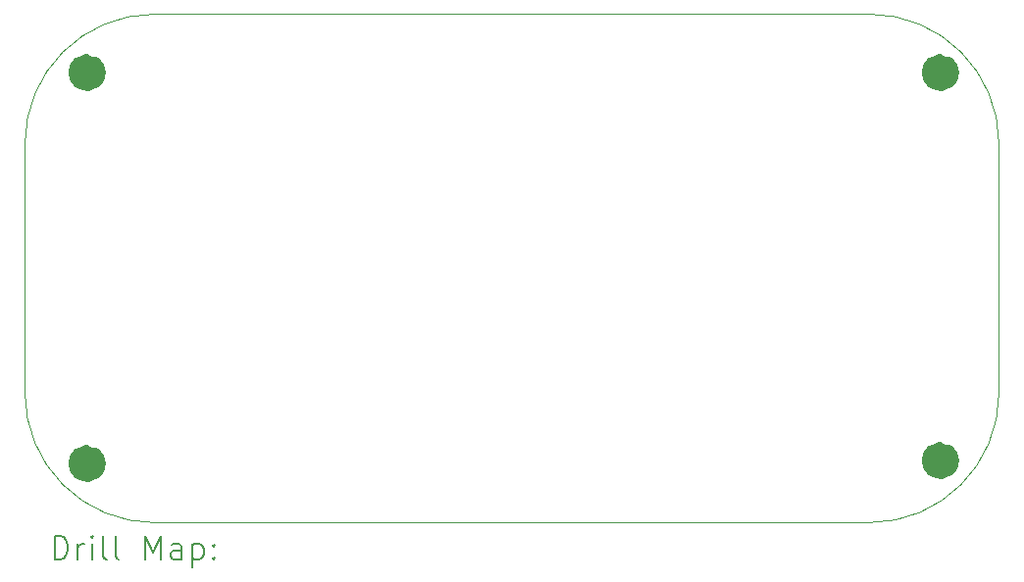
<source format=gbr>
%TF.GenerationSoftware,KiCad,Pcbnew,7.0.8*%
%TF.CreationDate,2024-04-12T14:19:26-07:00*%
%TF.ProjectId,2-channel-EEG,322d6368-616e-46e6-956c-2d4545472e6b,rev?*%
%TF.SameCoordinates,Original*%
%TF.FileFunction,Drillmap*%
%TF.FilePolarity,Positive*%
%FSLAX45Y45*%
G04 Gerber Fmt 4.5, Leading zero omitted, Abs format (unit mm)*
G04 Created by KiCad (PCBNEW 7.0.8) date 2024-04-12 14:19:26*
%MOMM*%
%LPD*%
G01*
G04 APERTURE LIST*
%ADD10C,0.100000*%
%ADD11C,1.625000*%
%ADD12C,0.200000*%
G04 APERTURE END LIST*
D10*
X13408855Y-8029145D02*
X19580255Y-8029145D01*
X19580255Y-12423345D02*
X13408855Y-12423345D01*
X20698255Y-9147145D02*
X20698255Y-11305345D01*
D11*
X20274250Y-8534400D02*
G75*
G03*
X20274250Y-8534400I-81250J0D01*
G01*
D10*
X20698257Y-9147145D02*
G75*
G03*
X19580255Y-8029143I-1118007J-5D01*
G01*
X12290855Y-11305345D02*
X12290855Y-9147145D01*
X13408855Y-8029145D02*
G75*
G03*
X12290855Y-9147145I0J-1118000D01*
G01*
X19580255Y-12423345D02*
G75*
G03*
X20698255Y-11305345I0J1118000D01*
G01*
D11*
X12908250Y-11912600D02*
G75*
G03*
X12908250Y-11912600I-81250J0D01*
G01*
X20274250Y-11887200D02*
G75*
G03*
X20274250Y-11887200I-81250J0D01*
G01*
D10*
X12290855Y-11305345D02*
G75*
G03*
X13408855Y-12423345I1118000J0D01*
G01*
D11*
X12908250Y-8534400D02*
G75*
G03*
X12908250Y-8534400I-81250J0D01*
G01*
D12*
X12546631Y-12739829D02*
X12546631Y-12539829D01*
X12546631Y-12539829D02*
X12594250Y-12539829D01*
X12594250Y-12539829D02*
X12622822Y-12549353D01*
X12622822Y-12549353D02*
X12641869Y-12568401D01*
X12641869Y-12568401D02*
X12651393Y-12587448D01*
X12651393Y-12587448D02*
X12660917Y-12625543D01*
X12660917Y-12625543D02*
X12660917Y-12654115D01*
X12660917Y-12654115D02*
X12651393Y-12692210D01*
X12651393Y-12692210D02*
X12641869Y-12711258D01*
X12641869Y-12711258D02*
X12622822Y-12730305D01*
X12622822Y-12730305D02*
X12594250Y-12739829D01*
X12594250Y-12739829D02*
X12546631Y-12739829D01*
X12746631Y-12739829D02*
X12746631Y-12606496D01*
X12746631Y-12644591D02*
X12756155Y-12625543D01*
X12756155Y-12625543D02*
X12765679Y-12616020D01*
X12765679Y-12616020D02*
X12784727Y-12606496D01*
X12784727Y-12606496D02*
X12803774Y-12606496D01*
X12870441Y-12739829D02*
X12870441Y-12606496D01*
X12870441Y-12539829D02*
X12860917Y-12549353D01*
X12860917Y-12549353D02*
X12870441Y-12558877D01*
X12870441Y-12558877D02*
X12879965Y-12549353D01*
X12879965Y-12549353D02*
X12870441Y-12539829D01*
X12870441Y-12539829D02*
X12870441Y-12558877D01*
X12994250Y-12739829D02*
X12975203Y-12730305D01*
X12975203Y-12730305D02*
X12965679Y-12711258D01*
X12965679Y-12711258D02*
X12965679Y-12539829D01*
X13099012Y-12739829D02*
X13079965Y-12730305D01*
X13079965Y-12730305D02*
X13070441Y-12711258D01*
X13070441Y-12711258D02*
X13070441Y-12539829D01*
X13327584Y-12739829D02*
X13327584Y-12539829D01*
X13327584Y-12539829D02*
X13394250Y-12682686D01*
X13394250Y-12682686D02*
X13460917Y-12539829D01*
X13460917Y-12539829D02*
X13460917Y-12739829D01*
X13641869Y-12739829D02*
X13641869Y-12635067D01*
X13641869Y-12635067D02*
X13632346Y-12616020D01*
X13632346Y-12616020D02*
X13613298Y-12606496D01*
X13613298Y-12606496D02*
X13575203Y-12606496D01*
X13575203Y-12606496D02*
X13556155Y-12616020D01*
X13641869Y-12730305D02*
X13622822Y-12739829D01*
X13622822Y-12739829D02*
X13575203Y-12739829D01*
X13575203Y-12739829D02*
X13556155Y-12730305D01*
X13556155Y-12730305D02*
X13546631Y-12711258D01*
X13546631Y-12711258D02*
X13546631Y-12692210D01*
X13546631Y-12692210D02*
X13556155Y-12673162D01*
X13556155Y-12673162D02*
X13575203Y-12663639D01*
X13575203Y-12663639D02*
X13622822Y-12663639D01*
X13622822Y-12663639D02*
X13641869Y-12654115D01*
X13737108Y-12606496D02*
X13737108Y-12806496D01*
X13737108Y-12616020D02*
X13756155Y-12606496D01*
X13756155Y-12606496D02*
X13794250Y-12606496D01*
X13794250Y-12606496D02*
X13813298Y-12616020D01*
X13813298Y-12616020D02*
X13822822Y-12625543D01*
X13822822Y-12625543D02*
X13832346Y-12644591D01*
X13832346Y-12644591D02*
X13832346Y-12701734D01*
X13832346Y-12701734D02*
X13822822Y-12720781D01*
X13822822Y-12720781D02*
X13813298Y-12730305D01*
X13813298Y-12730305D02*
X13794250Y-12739829D01*
X13794250Y-12739829D02*
X13756155Y-12739829D01*
X13756155Y-12739829D02*
X13737108Y-12730305D01*
X13918060Y-12720781D02*
X13927584Y-12730305D01*
X13927584Y-12730305D02*
X13918060Y-12739829D01*
X13918060Y-12739829D02*
X13908536Y-12730305D01*
X13908536Y-12730305D02*
X13918060Y-12720781D01*
X13918060Y-12720781D02*
X13918060Y-12739829D01*
X13918060Y-12616020D02*
X13927584Y-12625543D01*
X13927584Y-12625543D02*
X13918060Y-12635067D01*
X13918060Y-12635067D02*
X13908536Y-12625543D01*
X13908536Y-12625543D02*
X13918060Y-12616020D01*
X13918060Y-12616020D02*
X13918060Y-12635067D01*
M02*

</source>
